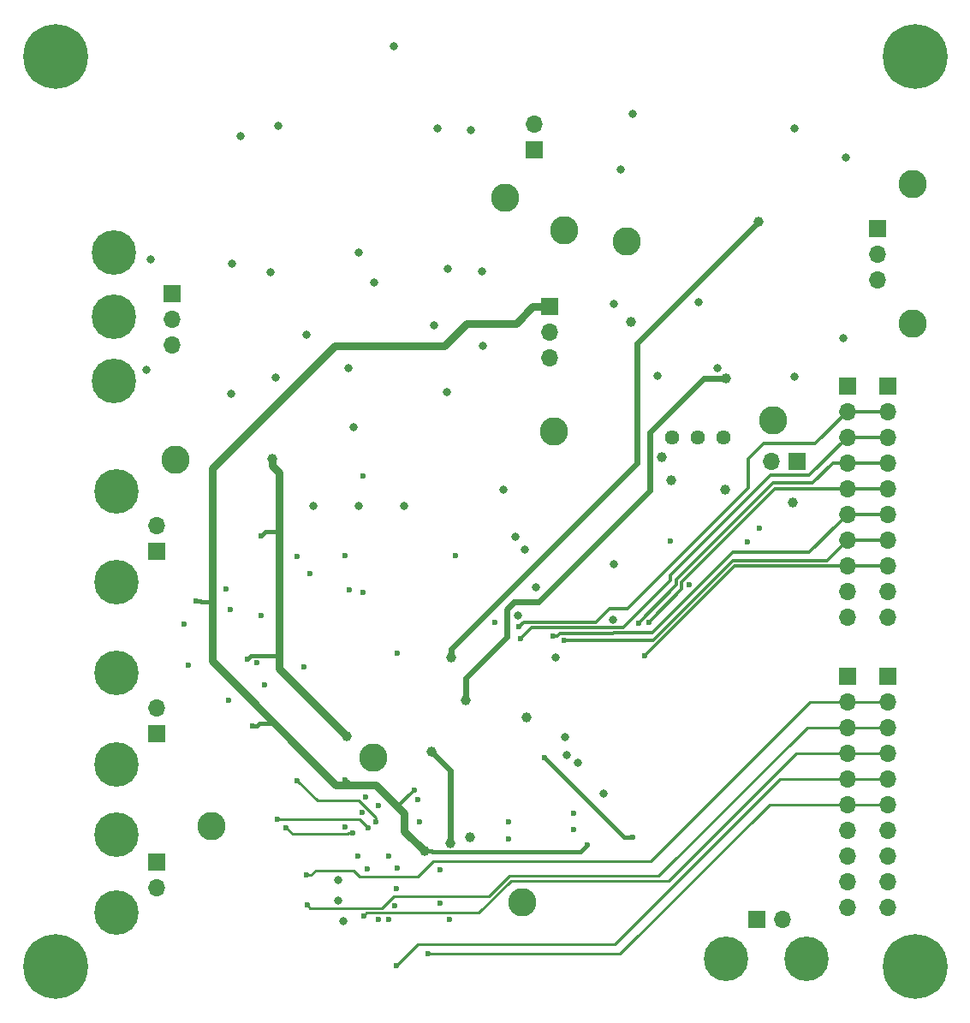
<source format=gbr>
G04 #@! TF.GenerationSoftware,KiCad,Pcbnew,(5.1.5)-3*
G04 #@! TF.CreationDate,2020-10-27T23:20:52+01:00*
G04 #@! TF.ProjectId,converters_1,636f6e76-6572-4746-9572-735f312e6b69,rev?*
G04 #@! TF.SameCoordinates,Original*
G04 #@! TF.FileFunction,Copper,L2,Inr*
G04 #@! TF.FilePolarity,Positive*
%FSLAX46Y46*%
G04 Gerber Fmt 4.6, Leading zero omitted, Abs format (unit mm)*
G04 Created by KiCad (PCBNEW (5.1.5)-3) date 2020-10-27 23:20:52*
%MOMM*%
%LPD*%
G04 APERTURE LIST*
%ADD10C,2.800000*%
%ADD11C,1.440000*%
%ADD12C,0.700000*%
%ADD13C,4.400000*%
%ADD14O,1.700000X1.700000*%
%ADD15R,1.700000X1.700000*%
%ADD16C,0.800000*%
%ADD17C,6.400000*%
%ADD18C,0.600000*%
%ADD19C,1.000000*%
%ADD20C,0.800000*%
%ADD21C,0.400000*%
%ADD22C,0.300000*%
%ADD23C,0.600000*%
%ADD24C,0.250000*%
G04 APERTURE END LIST*
D10*
X56900000Y-64900000D03*
X60400000Y-101100000D03*
X76400000Y-94400000D03*
X89500000Y-39000000D03*
X116000000Y-61000000D03*
X95300000Y-42200000D03*
X91200000Y-108700000D03*
X101500000Y-43300000D03*
X129800000Y-37600000D03*
X94300000Y-62100000D03*
X129800000Y-51400000D03*
D11*
X111040000Y-62700000D03*
X108500000Y-62700000D03*
X105960000Y-62700000D03*
D12*
X52166726Y-75833274D03*
X51000000Y-75350000D03*
X49833274Y-75833274D03*
X49350000Y-77000000D03*
X49833274Y-78166726D03*
X51000000Y-78650000D03*
X52166726Y-78166726D03*
X52650000Y-77000000D03*
D13*
X51000000Y-77000000D03*
D12*
X52166726Y-66833274D03*
X51000000Y-66350000D03*
X49833274Y-66833274D03*
X49350000Y-68000000D03*
X49833274Y-69166726D03*
X51000000Y-69650000D03*
X52166726Y-69166726D03*
X52650000Y-68000000D03*
D13*
X51000000Y-68000000D03*
D12*
X52166726Y-93833274D03*
X51000000Y-93350000D03*
X49833274Y-93833274D03*
X49350000Y-95000000D03*
X49833274Y-96166726D03*
X51000000Y-96650000D03*
X52166726Y-96166726D03*
X52650000Y-95000000D03*
D13*
X51000000Y-95000000D03*
D12*
X52166726Y-84833274D03*
X51000000Y-84350000D03*
X49833274Y-84833274D03*
X49350000Y-86000000D03*
X49833274Y-87166726D03*
X51000000Y-87650000D03*
X52166726Y-87166726D03*
X52650000Y-86000000D03*
D13*
X51000000Y-86000000D03*
D12*
X52166726Y-100833274D03*
X51000000Y-100350000D03*
X49833274Y-100833274D03*
X49350000Y-102000000D03*
X49833274Y-103166726D03*
X51000000Y-103650000D03*
X52166726Y-103166726D03*
X52650000Y-102000000D03*
D13*
X51000000Y-102000000D03*
D12*
X52166726Y-108533274D03*
X51000000Y-108050000D03*
X49833274Y-108533274D03*
X49350000Y-109700000D03*
X49833274Y-110866726D03*
X51000000Y-111350000D03*
X52166726Y-110866726D03*
X52650000Y-109700000D03*
D13*
X51000000Y-109700000D03*
D12*
X112466726Y-115466726D03*
X112950000Y-114300000D03*
X112466726Y-113133274D03*
X111300000Y-112650000D03*
X110133274Y-113133274D03*
X109650000Y-114300000D03*
X110133274Y-115466726D03*
X111300000Y-115950000D03*
D13*
X111300000Y-114300000D03*
D12*
X120466726Y-115466726D03*
X120950000Y-114300000D03*
X120466726Y-113133274D03*
X119300000Y-112650000D03*
X118133274Y-113133274D03*
X117650000Y-114300000D03*
X118133274Y-115466726D03*
X119300000Y-115950000D03*
D13*
X119300000Y-114300000D03*
D14*
X55000000Y-107240000D03*
D15*
X55000000Y-104700000D03*
D14*
X116940000Y-110400000D03*
D15*
X114400000Y-110400000D03*
D14*
X55000000Y-71460000D03*
D15*
X55000000Y-74000000D03*
D14*
X55000000Y-89460000D03*
D15*
X55000000Y-92000000D03*
D14*
X127300000Y-80460000D03*
X127300000Y-77920000D03*
X127300000Y-75380000D03*
X127300000Y-72840000D03*
X127300000Y-70300000D03*
X127300000Y-67760000D03*
X127300000Y-65220000D03*
X127300000Y-62680000D03*
X127300000Y-60140000D03*
D15*
X127300000Y-57600000D03*
D14*
X127300000Y-109160000D03*
X127300000Y-106620000D03*
X127300000Y-104080000D03*
X127300000Y-101540000D03*
X127300000Y-99000000D03*
X127300000Y-96460000D03*
X127300000Y-93920000D03*
X127300000Y-91380000D03*
X127300000Y-88840000D03*
D15*
X127300000Y-86300000D03*
D14*
X123300000Y-80460000D03*
X123300000Y-77920000D03*
X123300000Y-75380000D03*
X123300000Y-72840000D03*
X123300000Y-70300000D03*
X123300000Y-67760000D03*
X123300000Y-65220000D03*
X123300000Y-62680000D03*
X123300000Y-60140000D03*
D15*
X123300000Y-57600000D03*
D14*
X123300000Y-109160000D03*
X123300000Y-106620000D03*
X123300000Y-104080000D03*
X123300000Y-101540000D03*
X123300000Y-99000000D03*
X123300000Y-96460000D03*
X123300000Y-93920000D03*
X123300000Y-91380000D03*
X123300000Y-88840000D03*
D15*
X123300000Y-86300000D03*
D14*
X115760000Y-65050000D03*
D15*
X118300000Y-65050000D03*
D14*
X92350000Y-31710000D03*
D15*
X92350000Y-34250000D03*
D14*
X93850000Y-54850000D03*
X93850000Y-52310000D03*
D15*
X93850000Y-49770000D03*
D14*
X126300000Y-47130000D03*
X126300000Y-44590000D03*
D15*
X126300000Y-42050000D03*
D14*
X56500000Y-53580000D03*
X56500000Y-51040000D03*
D15*
X56500000Y-48500000D03*
D12*
X51966726Y-55983274D03*
X50800000Y-55500000D03*
X49633274Y-55983274D03*
X49150000Y-57150000D03*
X49633274Y-58316726D03*
X50800000Y-58800000D03*
X51966726Y-58316726D03*
X52450000Y-57150000D03*
D13*
X50800000Y-57150000D03*
D12*
X51966726Y-49633274D03*
X50800000Y-49150000D03*
X49633274Y-49633274D03*
X49150000Y-50800000D03*
X49633274Y-51966726D03*
X50800000Y-52450000D03*
X51966726Y-51966726D03*
X52450000Y-50800000D03*
D13*
X50800000Y-50800000D03*
D12*
X51966726Y-43283274D03*
X50800000Y-42800000D03*
X49633274Y-43283274D03*
X49150000Y-44450000D03*
X49633274Y-45616726D03*
X50800000Y-46100000D03*
X51966726Y-45616726D03*
X52450000Y-44450000D03*
D13*
X50800000Y-44450000D03*
D16*
X131697056Y-113302944D03*
X130000000Y-112600000D03*
X128302944Y-113302944D03*
X127600000Y-115000000D03*
X128302944Y-116697056D03*
X130000000Y-117400000D03*
X131697056Y-116697056D03*
X132400000Y-115000000D03*
D17*
X130000000Y-115000000D03*
D16*
X131697056Y-23302944D03*
X130000000Y-22600000D03*
X128302944Y-23302944D03*
X127600000Y-25000000D03*
X128302944Y-26697056D03*
X130000000Y-27400000D03*
X131697056Y-26697056D03*
X132400000Y-25000000D03*
D17*
X130000000Y-25000000D03*
D16*
X46697056Y-23302944D03*
X45000000Y-22600000D03*
X43302944Y-23302944D03*
X42600000Y-25000000D03*
X43302944Y-26697056D03*
X45000000Y-27400000D03*
X46697056Y-26697056D03*
X47400000Y-25000000D03*
D17*
X45000000Y-25000000D03*
D16*
X46697056Y-113302944D03*
X45000000Y-112600000D03*
X43302944Y-113302944D03*
X42600000Y-115000000D03*
X43302944Y-116697056D03*
X45000000Y-117400000D03*
X46697056Y-116697056D03*
X47400000Y-115000000D03*
D17*
X45000000Y-115000000D03*
D16*
X69800000Y-52500000D03*
X83800000Y-46000000D03*
X82400000Y-51600000D03*
X100900000Y-36200000D03*
X102100000Y-30700000D03*
X118100000Y-32100000D03*
X123200000Y-35000000D03*
X118100000Y-56700000D03*
X122900000Y-52900000D03*
X104500000Y-56600000D03*
X100200000Y-49500000D03*
X87300000Y-53600000D03*
X83700000Y-58200000D03*
X87200000Y-46300000D03*
X96700000Y-94900000D03*
X99200000Y-97900000D03*
D18*
X89800000Y-100700000D03*
X89800000Y-102400000D03*
X74925000Y-104075000D03*
X77950000Y-104075000D03*
X69575000Y-85400000D03*
X78800000Y-84075000D03*
X75450000Y-78000000D03*
X70125000Y-76200000D03*
X68875000Y-74500000D03*
X76904449Y-99079449D03*
X107700000Y-77300000D03*
X77975000Y-110375000D03*
X78550000Y-109000000D03*
X78750000Y-107325000D03*
X78825000Y-105325000D03*
X84000000Y-110350000D03*
X75825000Y-105400000D03*
D19*
X104925000Y-64650000D03*
D18*
X61850000Y-77700000D03*
X58925000Y-78900000D03*
X83075000Y-108725000D03*
X83075000Y-105475000D03*
D19*
X81475000Y-103625000D03*
D18*
X64525000Y-91225000D03*
X80500000Y-97550000D03*
X73675000Y-96525000D03*
X97600000Y-103000000D03*
D16*
X74000000Y-55800000D03*
X74500000Y-61700000D03*
D19*
X66475000Y-64825000D03*
X73800000Y-92225000D03*
X82175000Y-93750000D03*
D18*
X65375000Y-72475000D03*
X64025000Y-84600000D03*
D19*
X101950000Y-51250000D03*
X84048054Y-102799990D03*
D16*
X70500000Y-69500000D03*
X75000000Y-69500000D03*
X79500000Y-69500000D03*
X94500000Y-84500000D03*
X90500000Y-72500000D03*
X92500000Y-77500000D03*
X100250000Y-75250000D03*
X73000000Y-106500000D03*
X73498006Y-110496933D03*
X62500000Y-45500000D03*
X62400000Y-58400000D03*
X66800000Y-56800000D03*
X54000000Y-56000000D03*
X54400000Y-45100000D03*
X66300000Y-46400000D03*
X82800000Y-32100000D03*
X86100000Y-32300000D03*
X78500000Y-24000000D03*
X67000000Y-31900000D03*
X63300000Y-32900000D03*
X89300000Y-67900000D03*
X73000000Y-108499989D03*
X100157640Y-80749990D03*
X108600000Y-49300000D03*
X110500000Y-55800000D03*
X76500000Y-47400000D03*
X75000000Y-44400000D03*
D19*
X85600000Y-88700000D03*
X111300000Y-56875000D03*
X91575000Y-90400000D03*
X84125000Y-84450000D03*
X114525000Y-41350000D03*
X117925000Y-69150000D03*
X111225000Y-67850000D03*
D18*
X75425000Y-66525000D03*
X84575000Y-74400000D03*
X88475000Y-81025000D03*
X80975000Y-100700000D03*
X80800000Y-98550000D03*
X76675000Y-100725000D03*
X68925000Y-96625000D03*
X75950000Y-101325000D03*
X66975000Y-100475000D03*
X62275000Y-79675000D03*
X57700000Y-81125000D03*
X65325000Y-80275000D03*
X65675000Y-87125000D03*
X64886793Y-85000011D03*
X62100000Y-88650000D03*
X58131881Y-85183969D03*
X102050000Y-102250000D03*
X93350000Y-94375000D03*
D16*
X91400000Y-73800000D03*
X90700000Y-80300000D03*
D18*
X114625000Y-71675000D03*
X81825000Y-113775000D03*
X76975000Y-110375000D03*
X78675000Y-114925021D03*
X75475000Y-110000000D03*
X69875000Y-108925000D03*
X69825000Y-106000000D03*
X103250000Y-84325000D03*
X95350000Y-82750000D03*
X94250000Y-82325000D03*
X103697127Y-80947127D03*
X102675000Y-81050000D03*
X91000000Y-82575000D03*
X90850000Y-81450000D03*
D19*
X105900000Y-66925000D03*
X86025000Y-102275000D03*
D18*
X73625000Y-74375000D03*
X74025000Y-77800000D03*
D16*
X95600000Y-94100000D03*
X95400000Y-92300000D03*
D18*
X105775000Y-72975000D03*
X113450000Y-73000000D03*
X73675000Y-101225000D03*
X75295183Y-99804817D03*
X75700000Y-98275000D03*
X74425000Y-101775000D03*
X67825000Y-101275000D03*
X96200000Y-99900000D03*
X96200000Y-101500000D03*
D20*
X92200000Y-49770000D02*
X90570000Y-51400000D01*
X93850000Y-49770000D02*
X92200000Y-49770000D01*
X90570000Y-51400000D02*
X85675000Y-51400000D01*
X85675000Y-51400000D02*
X83450000Y-53625000D01*
X83450000Y-53625000D02*
X72625000Y-53625000D01*
X72625000Y-53625000D02*
X60500000Y-65750000D01*
X60500000Y-65750000D02*
X60500000Y-84825000D01*
X60500000Y-84825000D02*
X72725000Y-97050000D01*
X72725000Y-97050000D02*
X76650000Y-97050000D01*
X76650000Y-97050000D02*
X79500000Y-99900000D01*
X79500000Y-99900000D02*
X79500000Y-101625000D01*
X79500000Y-101625000D02*
X81500000Y-103625000D01*
D21*
X64949264Y-91225000D02*
X65199264Y-90975000D01*
X64525000Y-91225000D02*
X64949264Y-91225000D01*
X65199264Y-90975000D02*
X66500000Y-90975000D01*
X59349264Y-78900000D02*
X59399264Y-78950000D01*
X58925000Y-78900000D02*
X59349264Y-78900000D01*
X59399264Y-78950000D02*
X60475000Y-78950000D01*
D22*
X80500000Y-97550000D02*
X80200001Y-97849999D01*
X80200001Y-97849999D02*
X78925000Y-99125000D01*
D21*
X73974999Y-96824999D02*
X73974999Y-96850001D01*
X73675000Y-96525000D02*
X73974999Y-96824999D01*
X82182106Y-103625000D02*
X82257106Y-103700000D01*
X81475000Y-103625000D02*
X82182106Y-103625000D01*
X82257106Y-103700000D02*
X96900000Y-103700000D01*
X96900000Y-103700000D02*
X97600000Y-103000000D01*
D20*
X66475000Y-65532106D02*
X67125000Y-66182106D01*
X66475000Y-64825000D02*
X66475000Y-65532106D01*
X67125000Y-66182106D02*
X67125000Y-85550000D01*
X67125000Y-85550000D02*
X73800000Y-92225000D01*
D21*
X65375000Y-72475000D02*
X65800000Y-72050000D01*
X65800000Y-72050000D02*
X66925000Y-72050000D01*
X64324999Y-84300001D02*
X66874999Y-84300001D01*
X64025000Y-84600000D02*
X64324999Y-84300001D01*
X66874999Y-84300001D02*
X67125000Y-84050000D01*
D23*
X82175000Y-93750000D02*
X84048054Y-95623054D01*
X84048054Y-95623054D02*
X84048054Y-102799990D01*
X85600000Y-88700000D02*
X85600000Y-86450000D01*
X85600000Y-86450000D02*
X89600000Y-82450000D01*
X89600000Y-82450000D02*
X89600000Y-79675000D01*
X89600000Y-79675000D02*
X90350000Y-78925000D01*
X90350000Y-78925000D02*
X92750000Y-78925000D01*
X92750000Y-78925000D02*
X103750000Y-67925000D01*
X103750000Y-67925000D02*
X103750000Y-62200000D01*
X103750000Y-62200000D02*
X109075000Y-56875000D01*
X109075000Y-56875000D02*
X111300000Y-56875000D01*
X84125000Y-84450000D02*
X84125000Y-83575000D01*
X84125000Y-83575000D02*
X102500000Y-65200000D01*
X102500000Y-65200000D02*
X102500000Y-53375000D01*
X102500000Y-53375000D02*
X114525000Y-41350000D01*
D24*
X76675000Y-100300736D02*
X74974264Y-98600000D01*
X76675000Y-100725000D02*
X76675000Y-100300736D01*
X74974264Y-98600000D02*
X70900000Y-98600000D01*
X70900000Y-98600000D02*
X68925000Y-96625000D01*
X75950000Y-101325000D02*
X75050000Y-100425000D01*
X75050000Y-100425000D02*
X66975000Y-100425000D01*
X66975000Y-100425000D02*
X66975000Y-100475000D01*
D21*
X102050000Y-102250000D02*
X101225000Y-102250000D01*
X101225000Y-102250000D02*
X93350000Y-94375000D01*
D24*
X81825000Y-113775000D02*
X100850000Y-113775000D01*
X115625000Y-99000000D02*
X127300000Y-99000000D01*
X100850000Y-113775000D02*
X115625000Y-99000000D01*
X78675000Y-114925021D02*
X80800021Y-112800000D01*
X80800021Y-112800000D02*
X100325000Y-112800000D01*
X116665000Y-96460000D02*
X127300000Y-96460000D01*
X100325000Y-112800000D02*
X116665000Y-96460000D01*
X75475000Y-110000000D02*
X75774999Y-109700001D01*
X75774999Y-109700001D02*
X86874999Y-109700001D01*
X86874999Y-109700001D02*
X90050000Y-106525000D01*
X90050000Y-106525000D02*
X105625000Y-106525000D01*
X118230000Y-93920000D02*
X127300000Y-93920000D01*
X105625000Y-106525000D02*
X118230000Y-93920000D01*
X104625000Y-106075000D02*
X119320000Y-91380000D01*
X69875000Y-108925000D02*
X70174999Y-109224999D01*
X70174999Y-109224999D02*
X77275001Y-109224999D01*
X126097919Y-91380000D02*
X127300000Y-91380000D01*
X89863590Y-106075000D02*
X104625000Y-106075000D01*
X87863590Y-108075000D02*
X89863590Y-106075000D01*
X77275001Y-109224999D02*
X78425000Y-108075000D01*
X119320000Y-91380000D02*
X126097919Y-91380000D01*
X78425000Y-108075000D02*
X87863590Y-108075000D01*
X70249264Y-106000000D02*
X70724264Y-105525000D01*
X69825000Y-106000000D02*
X70249264Y-106000000D01*
X70724264Y-105525000D02*
X74500000Y-105525000D01*
X74500000Y-105525000D02*
X75100000Y-106125000D01*
X75100000Y-106125000D02*
X80800000Y-106125000D01*
X80800000Y-106125000D02*
X82350000Y-104575000D01*
X82350000Y-104575000D02*
X103850000Y-104575000D01*
X119585000Y-88840000D02*
X127300000Y-88840000D01*
X103850000Y-104575000D02*
X119585000Y-88840000D01*
D22*
X103250000Y-84325000D02*
X112195000Y-75380000D01*
X112195000Y-75380000D02*
X127300000Y-75380000D01*
X126097919Y-72840000D02*
X127300000Y-72840000D01*
X123300000Y-72840000D02*
X126097919Y-72840000D01*
X121265000Y-74875000D02*
X123300000Y-72840000D01*
X111950000Y-74875000D02*
X120225000Y-74875000D01*
X120225000Y-74875000D02*
X121265000Y-74875000D01*
X95350000Y-82750000D02*
X104075000Y-82750000D01*
X104075000Y-82750000D02*
X111950000Y-74875000D01*
X126097919Y-70300000D02*
X127300000Y-70300000D01*
X123300000Y-70300000D02*
X126097919Y-70300000D01*
X119525000Y-74075000D02*
X122450001Y-71149999D01*
X104000000Y-82025000D02*
X111950000Y-74075000D01*
X100182122Y-82025000D02*
X104000000Y-82025000D01*
X111950000Y-74075000D02*
X119525000Y-74075000D01*
X94674264Y-82325000D02*
X94924254Y-82075010D01*
X122450001Y-71149999D02*
X123300000Y-70300000D01*
X94250000Y-82325000D02*
X94674264Y-82325000D01*
X94924254Y-82075010D02*
X100132112Y-82075010D01*
X100132112Y-82075010D02*
X100182122Y-82025000D01*
X126097919Y-67760000D02*
X127300000Y-67760000D01*
X123300000Y-67760000D02*
X126097919Y-67760000D01*
X123300000Y-67760000D02*
X116165000Y-67760000D01*
X103997126Y-80647128D02*
X103697127Y-80947127D01*
X116165000Y-67760000D02*
X106925011Y-76999989D01*
X106925011Y-77719243D02*
X103997126Y-80647128D01*
X106925011Y-76999989D02*
X106925011Y-77719243D01*
X102675000Y-81050000D02*
X106425000Y-77300000D01*
X106425000Y-77300000D02*
X106425000Y-76775000D01*
X106425000Y-76775000D02*
X116000000Y-67200000D01*
X116000000Y-67200000D02*
X119875000Y-67200000D01*
X121855000Y-65220000D02*
X127300000Y-65220000D01*
X119875000Y-67200000D02*
X121855000Y-65220000D01*
X91000000Y-82575000D02*
X92075000Y-81500000D01*
X92075000Y-81500000D02*
X101150000Y-81500000D01*
X101150000Y-81500000D02*
X105800000Y-76850000D01*
X105800000Y-76850000D02*
X105800000Y-76350000D01*
X105800000Y-76350000D02*
X115700000Y-66450000D01*
X115700000Y-66450000D02*
X119250000Y-66450000D01*
X123300000Y-62680000D02*
X126097919Y-62680000D01*
X119530000Y-66450000D02*
X123300000Y-62680000D01*
X126097919Y-62680000D02*
X127300000Y-62680000D01*
X119250000Y-66450000D02*
X119530000Y-66450000D01*
X90850000Y-81450000D02*
X91300000Y-81000000D01*
X91300000Y-81000000D02*
X98425000Y-81000000D01*
X98425000Y-81000000D02*
X99825000Y-79600000D01*
X99825000Y-79600000D02*
X101600000Y-79600000D01*
X101600000Y-79600000D02*
X113500000Y-67700000D01*
X113500000Y-67700000D02*
X113500000Y-64850000D01*
X113500000Y-64850000D02*
X115050000Y-63300000D01*
X120140000Y-63300000D02*
X123300000Y-60140000D01*
X115050000Y-63300000D02*
X120140000Y-63300000D01*
X124502081Y-60140000D02*
X127300000Y-60140000D01*
X123300000Y-60140000D02*
X124502081Y-60140000D01*
D24*
X74000736Y-101775000D02*
X73875736Y-101900000D01*
X74425000Y-101775000D02*
X74000736Y-101775000D01*
X73875736Y-101900000D02*
X68450000Y-101900000D01*
X68450000Y-101900000D02*
X67825000Y-101275000D01*
M02*

</source>
